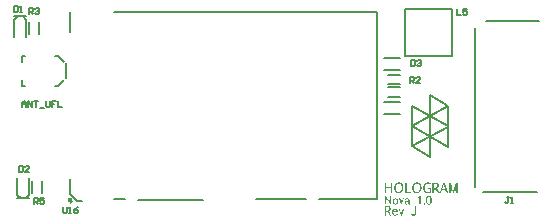
<source format=gto>
G04 Layer_Color=65535*
%FSLAX25Y25*%
%MOIN*%
G70*
G01*
G75*
%ADD26C,0.00700*%
%ADD28C,0.00500*%
%ADD73C,0.01575*%
%ADD74C,0.00630*%
%ADD75C,0.00600*%
%ADD76C,0.00800*%
%ADD77C,0.00630*%
G36*
X134605Y7061D02*
X134637Y7056D01*
X134706Y7047D01*
X134785Y7028D01*
X134868Y7000D01*
X134951Y6959D01*
X135025Y6908D01*
X135034Y6899D01*
X135057Y6876D01*
X135085Y6839D01*
X135122Y6788D01*
X135159Y6728D01*
X135187Y6649D01*
X135210Y6562D01*
X135219Y6460D01*
Y5582D01*
Y5573D01*
Y5550D01*
Y5513D01*
X135224Y5471D01*
Y5425D01*
X135233Y5379D01*
X135238Y5342D01*
X135247Y5314D01*
X135251Y5305D01*
X135270Y5291D01*
X135298Y5273D01*
X135321Y5268D01*
X135344Y5263D01*
X135385D01*
X135432Y5268D01*
X135496Y5277D01*
X135556Y5097D01*
X135552Y5092D01*
X135547Y5088D01*
X135529Y5074D01*
X135510Y5060D01*
X135487Y5042D01*
X135459Y5028D01*
X135390Y5000D01*
X135385D01*
X135371Y4995D01*
X135353Y4991D01*
X135330Y4986D01*
X135265Y4972D01*
X135196Y4968D01*
X135177D01*
X135154Y4972D01*
X135131Y4977D01*
X135099Y4986D01*
X135062Y5005D01*
X135030Y5023D01*
X134993Y5051D01*
X134988Y5055D01*
X134979Y5065D01*
X134965Y5088D01*
X134946Y5116D01*
X134928Y5148D01*
X134909Y5189D01*
X134896Y5240D01*
X134892Y5262D01*
X134872Y5245D01*
X134831Y5212D01*
X134785Y5171D01*
X134729Y5129D01*
X134665Y5092D01*
X134595Y5055D01*
X134586Y5051D01*
X134563Y5042D01*
X134526Y5028D01*
X134475Y5014D01*
X134415Y4995D01*
X134346Y4981D01*
X134272Y4972D01*
X134193Y4968D01*
X134152D01*
X134106Y4977D01*
X134046Y4986D01*
X133981Y5000D01*
X133912Y5023D01*
X133842Y5055D01*
X133782Y5102D01*
X133777Y5106D01*
X133759Y5129D01*
X133736Y5157D01*
X133708Y5203D01*
X133676Y5259D01*
X133653Y5328D01*
X133634Y5407D01*
X133630Y5499D01*
Y5504D01*
Y5513D01*
Y5527D01*
X133634Y5545D01*
X133639Y5596D01*
X133653Y5661D01*
X133671Y5730D01*
X133704Y5804D01*
X133745Y5878D01*
X133801Y5947D01*
X133810Y5956D01*
X133833Y5975D01*
X133870Y6007D01*
X133921Y6044D01*
X133985Y6081D01*
X134064Y6123D01*
X134152Y6160D01*
X134253Y6192D01*
X134258D01*
X134267Y6197D01*
X134281Y6201D01*
X134304Y6206D01*
X134327Y6210D01*
X134360Y6215D01*
X134438Y6233D01*
X134526Y6247D01*
X134628Y6257D01*
X134739Y6266D01*
X134854Y6271D01*
Y6386D01*
Y6391D01*
Y6395D01*
Y6423D01*
X134849Y6460D01*
X134845Y6511D01*
X134831Y6557D01*
X134817Y6608D01*
X134794Y6654D01*
X134762Y6686D01*
X134757Y6691D01*
X134743Y6700D01*
X134725Y6709D01*
X134697Y6728D01*
X134665Y6742D01*
X134623Y6751D01*
X134572Y6760D01*
X134521Y6765D01*
X134489D01*
X134452Y6760D01*
X134401Y6756D01*
X134346Y6746D01*
X134286Y6728D01*
X134226Y6709D01*
X134166Y6682D01*
X134161Y6677D01*
X134142Y6668D01*
X134110Y6654D01*
X134078Y6631D01*
X133995Y6585D01*
X133953Y6552D01*
X133916Y6525D01*
X133731Y6760D01*
X133736Y6765D01*
X133750Y6783D01*
X133777Y6806D01*
X133810Y6834D01*
X133856Y6866D01*
X133912Y6903D01*
X133981Y6940D01*
X134055Y6973D01*
X134059D01*
X134064Y6977D01*
X134092Y6987D01*
X134138Y7000D01*
X134193Y7019D01*
X134267Y7037D01*
X134346Y7051D01*
X134434Y7061D01*
X134526Y7065D01*
X134577D01*
X134605Y7061D01*
D02*
G37*
G36*
X130617D02*
X130654Y7056D01*
X130701Y7051D01*
X130747Y7042D01*
X130798Y7028D01*
X130909Y6991D01*
X130969Y6968D01*
X131024Y6936D01*
X131084Y6903D01*
X131135Y6862D01*
X131190Y6816D01*
X131237Y6760D01*
X131241Y6756D01*
X131246Y6746D01*
X131260Y6728D01*
X131273Y6705D01*
X131292Y6677D01*
X131315Y6640D01*
X131338Y6599D01*
X131361Y6552D01*
X131380Y6502D01*
X131403Y6441D01*
X131426Y6381D01*
X131444Y6312D01*
X131472Y6169D01*
X131477Y6090D01*
X131481Y6007D01*
Y6002D01*
Y5989D01*
Y5966D01*
X131477Y5938D01*
X131472Y5901D01*
X131467Y5855D01*
X131458Y5808D01*
X131449Y5758D01*
X131417Y5642D01*
X131370Y5517D01*
X131343Y5457D01*
X131310Y5393D01*
X131269Y5333D01*
X131223Y5273D01*
X131218Y5268D01*
X131209Y5259D01*
X131195Y5245D01*
X131176Y5226D01*
X131153Y5203D01*
X131121Y5176D01*
X131084Y5148D01*
X131043Y5120D01*
X130996Y5092D01*
X130946Y5065D01*
X130835Y5014D01*
X130770Y4995D01*
X130701Y4981D01*
X130627Y4972D01*
X130553Y4968D01*
X130507D01*
X130474Y4972D01*
X130433Y4977D01*
X130386Y4981D01*
X130336Y4991D01*
X130280Y5005D01*
X130165Y5042D01*
X130105Y5065D01*
X130045Y5092D01*
X129984Y5125D01*
X129929Y5166D01*
X129878Y5212D01*
X129827Y5263D01*
X129823Y5268D01*
X129818Y5277D01*
X129804Y5296D01*
X129790Y5319D01*
X129772Y5347D01*
X129749Y5384D01*
X129726Y5425D01*
X129707Y5471D01*
X129684Y5527D01*
X129661Y5582D01*
X129638Y5647D01*
X129620Y5716D01*
X129606Y5790D01*
X129592Y5873D01*
X129587Y5956D01*
X129583Y6044D01*
Y6049D01*
Y6063D01*
Y6086D01*
X129587Y6118D01*
X129592Y6155D01*
X129596Y6197D01*
X129606Y6247D01*
X129615Y6298D01*
X129647Y6414D01*
X129670Y6474D01*
X129693Y6534D01*
X129726Y6594D01*
X129758Y6654D01*
X129800Y6714D01*
X129846Y6769D01*
X129850Y6774D01*
X129860Y6783D01*
X129874Y6797D01*
X129892Y6816D01*
X129920Y6839D01*
X129952Y6862D01*
X129989Y6890D01*
X130031Y6917D01*
X130081Y6945D01*
X130132Y6973D01*
X130188Y6996D01*
X130253Y7019D01*
X130317Y7037D01*
X130391Y7051D01*
X130465Y7061D01*
X130543Y7065D01*
X130585D01*
X130617Y7061D01*
D02*
G37*
G36*
X138887Y5319D02*
X139363D01*
Y5000D01*
X137982D01*
Y5319D01*
X138499D01*
Y7527D01*
X137963Y7245D01*
Y7601D01*
X138582Y7920D01*
X138887D01*
Y5319D01*
D02*
G37*
G36*
X129111Y5000D02*
X128751D01*
X127383Y7338D01*
Y5000D01*
X127000D01*
X126995Y7920D01*
X127365D01*
X128723Y5568D01*
Y7920D01*
X129111D01*
Y5000D01*
D02*
G37*
G36*
X132747D02*
X132410D01*
X131712Y7037D01*
X132091D01*
X132586Y5360D01*
X133061Y7037D01*
X133440D01*
X132747Y5000D01*
D02*
G37*
G36*
X141738Y7989D02*
X141779Y7984D01*
X141821Y7975D01*
X141872Y7961D01*
X141923Y7948D01*
X141978Y7929D01*
X142034Y7906D01*
X142094Y7874D01*
X142154Y7837D01*
X142209Y7795D01*
X142264Y7744D01*
X142315Y7689D01*
X142361Y7624D01*
X142366Y7620D01*
X142371Y7606D01*
X142385Y7587D01*
X142399Y7555D01*
X142417Y7513D01*
X142440Y7467D01*
X142463Y7407D01*
X142486Y7342D01*
X142505Y7264D01*
X142528Y7181D01*
X142551Y7084D01*
X142569Y6977D01*
X142583Y6866D01*
X142597Y6742D01*
X142602Y6603D01*
X142606Y6460D01*
Y6451D01*
Y6428D01*
Y6386D01*
X142602Y6335D01*
X142597Y6271D01*
X142593Y6201D01*
X142588Y6118D01*
X142574Y6035D01*
X142546Y5850D01*
X142500Y5661D01*
X142472Y5568D01*
X142440Y5485D01*
X142403Y5402D01*
X142357Y5328D01*
X142352Y5323D01*
X142348Y5314D01*
X142329Y5296D01*
X142311Y5273D01*
X142283Y5240D01*
X142255Y5212D01*
X142218Y5176D01*
X142177Y5143D01*
X142126Y5111D01*
X142075Y5074D01*
X142015Y5046D01*
X141955Y5018D01*
X141886Y4991D01*
X141812Y4972D01*
X141733Y4963D01*
X141650Y4958D01*
X141627D01*
X141604Y4963D01*
X141571D01*
X141530Y4972D01*
X141484Y4981D01*
X141433Y4991D01*
X141377Y5009D01*
X141322Y5028D01*
X141262Y5055D01*
X141202Y5088D01*
X141142Y5125D01*
X141086Y5171D01*
X141031Y5226D01*
X140980Y5286D01*
X140934Y5356D01*
X140929Y5360D01*
X140925Y5374D01*
X140915Y5397D01*
X140897Y5430D01*
X140883Y5471D01*
X140865Y5522D01*
X140841Y5582D01*
X140823Y5651D01*
X140800Y5725D01*
X140781Y5813D01*
X140758Y5910D01*
X140744Y6012D01*
X140731Y6127D01*
X140717Y6247D01*
X140712Y6377D01*
X140708Y6515D01*
Y6525D01*
Y6543D01*
Y6580D01*
X140712Y6626D01*
X140717Y6682D01*
X140721Y6746D01*
X140726Y6820D01*
X140735Y6899D01*
X140749Y6982D01*
X140763Y7070D01*
X140809Y7250D01*
X140832Y7338D01*
X140865Y7425D01*
X140902Y7509D01*
X140943Y7587D01*
X140948Y7592D01*
X140952Y7606D01*
X140966Y7624D01*
X140989Y7652D01*
X141013Y7680D01*
X141045Y7717D01*
X141082Y7754D01*
X141123Y7790D01*
X141170Y7827D01*
X141225Y7864D01*
X141280Y7901D01*
X141345Y7929D01*
X141419Y7957D01*
X141493Y7975D01*
X141576Y7989D01*
X141664Y7994D01*
X141710D01*
X141738Y7989D01*
D02*
G37*
G36*
X127977Y4512D02*
X128018D01*
X128069Y4502D01*
X128125Y4496D01*
X128181Y4486D01*
X128308Y4456D01*
X128440Y4410D01*
X128501Y4385D01*
X128563Y4349D01*
X128624Y4313D01*
X128675Y4267D01*
X128680Y4262D01*
X128685Y4257D01*
X128700Y4242D01*
X128715Y4222D01*
X128736Y4196D01*
X128761Y4166D01*
X128787Y4130D01*
X128812Y4089D01*
X128858Y3993D01*
X128904Y3881D01*
X128934Y3748D01*
X128939Y3672D01*
X128944Y3596D01*
Y3590D01*
Y3580D01*
Y3565D01*
X128939Y3545D01*
Y3514D01*
X128934Y3484D01*
X128919Y3407D01*
X128893Y3321D01*
X128858Y3224D01*
X128807Y3132D01*
X128736Y3036D01*
Y3031D01*
X128726Y3025D01*
X128700Y2995D01*
X128659Y2954D01*
X128603Y2903D01*
X128537Y2852D01*
X128461Y2802D01*
X128379Y2756D01*
X128293Y2725D01*
X129168Y1300D01*
X128695D01*
X127891Y2644D01*
X127850D01*
X127835Y2639D01*
X127641D01*
X127575Y2634D01*
X127422D01*
Y1300D01*
X127000D01*
Y4517D01*
X127942D01*
X127977Y4512D01*
D02*
G37*
G36*
X130431Y3570D02*
X130466D01*
X130502Y3565D01*
X130594Y3550D01*
X130695Y3519D01*
X130797Y3478D01*
X130899Y3428D01*
X130950Y3392D01*
X130996Y3351D01*
X131001D01*
X131006Y3341D01*
X131031Y3311D01*
X131072Y3260D01*
X131118Y3193D01*
X131164Y3107D01*
X131209Y3005D01*
X131240Y2888D01*
X131260Y2751D01*
Y2746D01*
Y2725D01*
X131265Y2690D01*
Y2649D01*
X131271Y2598D01*
Y2537D01*
Y2471D01*
X131265Y2399D01*
X129820D01*
Y2394D01*
Y2384D01*
Y2369D01*
X129825Y2348D01*
X129830Y2287D01*
X129840Y2216D01*
X129856Y2130D01*
X129886Y2033D01*
X129922Y1936D01*
X129973Y1845D01*
X129978Y1835D01*
X130003Y1809D01*
X130034Y1768D01*
X130085Y1728D01*
X130140Y1682D01*
X130212Y1641D01*
X130293Y1616D01*
X130339Y1610D01*
X130385Y1605D01*
X130420D01*
X130456Y1610D01*
X130502Y1616D01*
X130558Y1626D01*
X130614Y1641D01*
X130670Y1661D01*
X130726Y1687D01*
X130731Y1692D01*
X130751Y1702D01*
X130782Y1722D01*
X130817Y1753D01*
X130863Y1789D01*
X130914Y1835D01*
X130970Y1885D01*
X131026Y1952D01*
X131306Y1733D01*
X131301Y1722D01*
X131281Y1697D01*
X131245Y1656D01*
X131199Y1605D01*
X131148Y1549D01*
X131082Y1493D01*
X131011Y1437D01*
X130935Y1386D01*
X130924Y1381D01*
X130899Y1366D01*
X130853Y1346D01*
X130787Y1326D01*
X130711Y1305D01*
X130614Y1285D01*
X130507Y1269D01*
X130385Y1264D01*
X130344D01*
X130308Y1269D01*
X130273Y1275D01*
X130227Y1280D01*
X130125Y1305D01*
X130013Y1341D01*
X129952Y1366D01*
X129891Y1397D01*
X129835Y1432D01*
X129774Y1473D01*
X129718Y1519D01*
X129667Y1575D01*
X129662Y1580D01*
X129657Y1590D01*
X129642Y1605D01*
X129626Y1631D01*
X129606Y1667D01*
X129586Y1707D01*
X129560Y1753D01*
X129535Y1804D01*
X129509Y1865D01*
X129484Y1931D01*
X129464Y2002D01*
X129443Y2079D01*
X129428Y2165D01*
X129413Y2257D01*
X129408Y2354D01*
X129402Y2455D01*
Y2461D01*
Y2476D01*
Y2501D01*
X129408Y2537D01*
Y2578D01*
X129418Y2629D01*
X129423Y2685D01*
X129433Y2740D01*
X129464Y2868D01*
X129504Y3005D01*
X129565Y3137D01*
X129606Y3199D01*
X129647Y3260D01*
X129652Y3265D01*
X129657Y3275D01*
X129672Y3290D01*
X129693Y3311D01*
X129718Y3331D01*
X129749Y3361D01*
X129784Y3387D01*
X129830Y3417D01*
X129876Y3448D01*
X129932Y3473D01*
X129988Y3504D01*
X130054Y3524D01*
X130120Y3545D01*
X130196Y3560D01*
X130278Y3570D01*
X130365Y3575D01*
X130405D01*
X130431Y3570D01*
D02*
G37*
G36*
X137470Y2333D02*
Y2328D01*
Y2308D01*
Y2277D01*
X137465Y2237D01*
Y2186D01*
X137460Y2130D01*
X137450Y2069D01*
X137440Y2002D01*
X137409Y1860D01*
X137368Y1722D01*
X137338Y1656D01*
X137307Y1595D01*
X137267Y1539D01*
X137226Y1488D01*
X137221D01*
X137216Y1478D01*
X137200Y1468D01*
X137180Y1453D01*
X137154Y1432D01*
X137124Y1412D01*
X137088Y1392D01*
X137043Y1371D01*
X136997Y1351D01*
X136941Y1331D01*
X136885Y1310D01*
X136819Y1290D01*
X136747Y1275D01*
X136671Y1264D01*
X136590Y1259D01*
X136503Y1254D01*
X136478D01*
X136442Y1259D01*
X136401Y1264D01*
X136350Y1275D01*
X136294Y1290D01*
X136228Y1310D01*
X136157Y1341D01*
X136086Y1376D01*
X136014Y1422D01*
X135943Y1478D01*
X135872Y1544D01*
X135801Y1621D01*
X135734Y1712D01*
X135678Y1814D01*
X135627Y1936D01*
X136009Y2094D01*
Y2089D01*
X136020Y2074D01*
X136030Y2048D01*
X136045Y2018D01*
X136060Y1982D01*
X136086Y1941D01*
X136142Y1855D01*
X136218Y1768D01*
X136259Y1728D01*
X136310Y1692D01*
X136361Y1661D01*
X136416Y1636D01*
X136472Y1621D01*
X136539Y1616D01*
X136574D01*
X136620Y1621D01*
X136671Y1631D01*
X136727Y1646D01*
X136788Y1672D01*
X136849Y1702D01*
X136905Y1748D01*
X136910Y1753D01*
X136925Y1773D01*
X136951Y1814D01*
X136976Y1865D01*
X136987Y1901D01*
X136997Y1941D01*
X137012Y1987D01*
X137022Y2038D01*
X137032Y2094D01*
X137038Y2160D01*
X137043Y2226D01*
Y2303D01*
Y4517D01*
X137470D01*
Y2333D01*
D02*
G37*
G36*
X140222Y5457D02*
X140245Y5453D01*
X140278Y5443D01*
X140306Y5425D01*
X140338Y5407D01*
X140366Y5379D01*
X140370Y5374D01*
X140380Y5365D01*
X140389Y5351D01*
X140403Y5328D01*
X140430Y5273D01*
X140435Y5240D01*
X140440Y5208D01*
Y5203D01*
Y5189D01*
X140435Y5171D01*
X140430Y5148D01*
X140421Y5125D01*
X140407Y5092D01*
X140389Y5065D01*
X140366Y5032D01*
X140361Y5028D01*
X140352Y5018D01*
X140338Y5009D01*
X140315Y4995D01*
X140292Y4977D01*
X140259Y4968D01*
X140222Y4958D01*
X140181Y4954D01*
X140162D01*
X140144Y4958D01*
X140116Y4963D01*
X140088Y4972D01*
X140056Y4986D01*
X140024Y5005D01*
X139996Y5028D01*
X139991Y5032D01*
X139987Y5042D01*
X139973Y5055D01*
X139964Y5079D01*
X139950Y5106D01*
X139936Y5134D01*
X139931Y5171D01*
X139927Y5208D01*
Y5212D01*
Y5222D01*
X139931Y5240D01*
X139936Y5263D01*
X139945Y5291D01*
X139954Y5319D01*
X139973Y5351D01*
X139996Y5379D01*
X140001Y5384D01*
X140010Y5393D01*
X140024Y5407D01*
X140047Y5420D01*
X140070Y5434D01*
X140102Y5448D01*
X140139Y5457D01*
X140181Y5462D01*
X140199D01*
X140222Y5457D01*
D02*
G37*
G36*
X132680Y1300D02*
X132309D01*
X131540Y3545D01*
X131958D01*
X132502Y1697D01*
X133027Y3545D01*
X133444D01*
X132680Y1300D01*
D02*
G37*
G36*
X131729Y12391D02*
X131779D01*
X131840Y12380D01*
X131912Y12369D01*
X131990Y12352D01*
X132078Y12335D01*
X132167Y12308D01*
X132261Y12274D01*
X132356Y12230D01*
X132450Y12180D01*
X132539Y12124D01*
X132633Y12052D01*
X132717Y11975D01*
X132794Y11886D01*
X132800Y11880D01*
X132811Y11864D01*
X132833Y11836D01*
X132855Y11791D01*
X132889Y11742D01*
X132922Y11681D01*
X132955Y11614D01*
X132994Y11531D01*
X133033Y11442D01*
X133066Y11336D01*
X133099Y11231D01*
X133133Y11109D01*
X133155Y10987D01*
X133177Y10848D01*
X133188Y10704D01*
X133194Y10554D01*
Y10543D01*
Y10520D01*
Y10482D01*
X133188Y10426D01*
X133183Y10360D01*
X133172Y10282D01*
X133155Y10199D01*
X133138Y10104D01*
X133116Y10004D01*
X133088Y9904D01*
X133049Y9793D01*
X133005Y9688D01*
X132955Y9577D01*
X132894Y9472D01*
X132827Y9366D01*
X132750Y9266D01*
X132744Y9261D01*
X132728Y9244D01*
X132705Y9216D01*
X132672Y9189D01*
X132628Y9144D01*
X132578Y9105D01*
X132517Y9055D01*
X132445Y9011D01*
X132367Y8961D01*
X132284Y8911D01*
X132195Y8872D01*
X132095Y8833D01*
X131990Y8800D01*
X131878Y8772D01*
X131756Y8756D01*
X131634Y8750D01*
X131601D01*
X131562Y8756D01*
X131512D01*
X131446Y8767D01*
X131373Y8778D01*
X131296Y8794D01*
X131207Y8817D01*
X131118Y8839D01*
X131024Y8872D01*
X130929Y8917D01*
X130830Y8967D01*
X130735Y9022D01*
X130646Y9094D01*
X130558Y9172D01*
X130480Y9261D01*
X130474Y9266D01*
X130463Y9283D01*
X130441Y9316D01*
X130419Y9355D01*
X130385Y9405D01*
X130352Y9466D01*
X130319Y9544D01*
X130280Y9627D01*
X130241Y9716D01*
X130208Y9821D01*
X130175Y9932D01*
X130141Y10054D01*
X130119Y10182D01*
X130097Y10321D01*
X130086Y10465D01*
X130080Y10620D01*
Y10632D01*
Y10654D01*
X130086Y10693D01*
Y10748D01*
X130097Y10815D01*
X130102Y10887D01*
X130119Y10970D01*
X130136Y11064D01*
X130164Y11164D01*
X130191Y11264D01*
X130230Y11370D01*
X130274Y11475D01*
X130324Y11581D01*
X130385Y11686D01*
X130458Y11786D01*
X130535Y11886D01*
X130541Y11891D01*
X130558Y11908D01*
X130580Y11936D01*
X130619Y11964D01*
X130663Y12002D01*
X130713Y12047D01*
X130774Y12091D01*
X130846Y12141D01*
X130924Y12191D01*
X131007Y12235D01*
X131101Y12280D01*
X131201Y12319D01*
X131307Y12352D01*
X131418Y12374D01*
X131534Y12391D01*
X131656Y12396D01*
X131690D01*
X131729Y12391D01*
D02*
G37*
G36*
X151309Y8800D02*
X150843D01*
Y11375D01*
X150077Y8800D01*
X149666D01*
X148878Y11375D01*
Y8800D01*
X148412D01*
Y12308D01*
X148878D01*
X149872Y9266D01*
X150848Y12308D01*
X151309D01*
Y8800D01*
D02*
G37*
G36*
X143922Y12302D02*
X143966D01*
X144022Y12291D01*
X144083Y12285D01*
X144144Y12274D01*
X144283Y12241D01*
X144427Y12191D01*
X144494Y12163D01*
X144560Y12124D01*
X144627Y12086D01*
X144682Y12036D01*
X144688Y12030D01*
X144693Y12025D01*
X144710Y12008D01*
X144727Y11986D01*
X144749Y11958D01*
X144777Y11925D01*
X144804Y11886D01*
X144832Y11841D01*
X144882Y11736D01*
X144932Y11614D01*
X144965Y11469D01*
X144971Y11386D01*
X144976Y11303D01*
Y11298D01*
Y11286D01*
Y11270D01*
X144971Y11248D01*
Y11214D01*
X144965Y11181D01*
X144949Y11098D01*
X144921Y11003D01*
X144882Y10898D01*
X144827Y10798D01*
X144749Y10693D01*
Y10687D01*
X144738Y10681D01*
X144710Y10648D01*
X144666Y10604D01*
X144605Y10548D01*
X144532Y10493D01*
X144449Y10437D01*
X144360Y10387D01*
X144266Y10354D01*
X145221Y8800D01*
X144704D01*
X143828Y10265D01*
X143783D01*
X143767Y10260D01*
X143556D01*
X143483Y10254D01*
X143317D01*
Y8800D01*
X142856D01*
Y12308D01*
X143883D01*
X143922Y12302D01*
D02*
G37*
G36*
X148057Y8800D02*
X147563D01*
X147196Y9966D01*
X146114D01*
X145748Y8800D01*
X145293D01*
X146481Y12308D01*
X146908D01*
X148057Y8800D01*
D02*
G37*
G36*
X129498D02*
X129031D01*
Y10393D01*
X127461D01*
Y8800D01*
X127000D01*
Y12308D01*
X127461D01*
Y10765D01*
X129031D01*
Y12308D01*
X129498D01*
Y8800D01*
D02*
G37*
G36*
X137761Y12391D02*
X137811D01*
X137873Y12380D01*
X137945Y12369D01*
X138022Y12352D01*
X138111Y12335D01*
X138200Y12308D01*
X138294Y12274D01*
X138389Y12230D01*
X138483Y12180D01*
X138572Y12124D01*
X138666Y12052D01*
X138749Y11975D01*
X138827Y11886D01*
X138833Y11880D01*
X138844Y11864D01*
X138866Y11836D01*
X138888Y11791D01*
X138921Y11742D01*
X138955Y11681D01*
X138988Y11614D01*
X139027Y11531D01*
X139066Y11442D01*
X139099Y11336D01*
X139132Y11231D01*
X139166Y11109D01*
X139188Y10987D01*
X139210Y10848D01*
X139221Y10704D01*
X139227Y10554D01*
Y10543D01*
Y10520D01*
Y10482D01*
X139221Y10426D01*
X139216Y10360D01*
X139204Y10282D01*
X139188Y10199D01*
X139171Y10104D01*
X139149Y10004D01*
X139121Y9904D01*
X139082Y9793D01*
X139038Y9688D01*
X138988Y9577D01*
X138927Y9472D01*
X138860Y9366D01*
X138783Y9266D01*
X138777Y9261D01*
X138760Y9244D01*
X138738Y9216D01*
X138705Y9189D01*
X138661Y9144D01*
X138611Y9105D01*
X138549Y9055D01*
X138477Y9011D01*
X138400Y8961D01*
X138317Y8911D01*
X138228Y8872D01*
X138128Y8833D01*
X138022Y8800D01*
X137911Y8772D01*
X137789Y8756D01*
X137667Y8750D01*
X137634D01*
X137595Y8756D01*
X137545D01*
X137478Y8767D01*
X137406Y8778D01*
X137329Y8794D01*
X137240Y8817D01*
X137151Y8839D01*
X137057Y8872D01*
X136962Y8917D01*
X136862Y8967D01*
X136768Y9022D01*
X136679Y9094D01*
X136590Y9172D01*
X136513Y9261D01*
X136507Y9266D01*
X136496Y9283D01*
X136474Y9316D01*
X136452Y9355D01*
X136418Y9405D01*
X136385Y9466D01*
X136352Y9544D01*
X136313Y9627D01*
X136274Y9716D01*
X136241Y9821D01*
X136207Y9932D01*
X136174Y10054D01*
X136152Y10182D01*
X136130Y10321D01*
X136119Y10465D01*
X136113Y10620D01*
Y10632D01*
Y10654D01*
X136119Y10693D01*
Y10748D01*
X136130Y10815D01*
X136135Y10887D01*
X136152Y10970D01*
X136169Y11064D01*
X136196Y11164D01*
X136224Y11264D01*
X136263Y11370D01*
X136307Y11475D01*
X136357Y11581D01*
X136418Y11686D01*
X136490Y11786D01*
X136568Y11886D01*
X136574Y11891D01*
X136590Y11908D01*
X136613Y11936D01*
X136651Y11964D01*
X136696Y12002D01*
X136746Y12047D01*
X136807Y12091D01*
X136879Y12141D01*
X136957Y12191D01*
X137040Y12235D01*
X137134Y12280D01*
X137234Y12319D01*
X137340Y12352D01*
X137451Y12374D01*
X137567Y12391D01*
X137689Y12396D01*
X137723D01*
X137761Y12391D01*
D02*
G37*
G36*
X134254Y9189D02*
X135797D01*
Y8800D01*
X133793D01*
Y12308D01*
X134254D01*
Y9189D01*
D02*
G37*
G36*
X141369Y12391D02*
X141425Y12385D01*
X141491Y12374D01*
X141558Y12363D01*
X141635Y12341D01*
X141719Y12319D01*
X141802Y12291D01*
X141885Y12258D01*
X141968Y12219D01*
X142052Y12169D01*
X142135Y12108D01*
X142207Y12047D01*
X142279Y11969D01*
X141991Y11681D01*
X141985Y11686D01*
X141979Y11692D01*
X141963Y11708D01*
X141941Y11730D01*
X141907Y11753D01*
X141874Y11780D01*
X141835Y11808D01*
X141791Y11841D01*
X141680Y11897D01*
X141558Y11947D01*
X141486Y11969D01*
X141413Y11986D01*
X141336Y11991D01*
X141252Y11997D01*
X141214D01*
X141180Y11991D01*
X141147Y11986D01*
X141103Y11980D01*
X141003Y11952D01*
X140892Y11908D01*
X140831Y11880D01*
X140775Y11847D01*
X140714Y11802D01*
X140653Y11753D01*
X140597Y11697D01*
X140542Y11636D01*
X140536Y11631D01*
X140531Y11619D01*
X140514Y11597D01*
X140498Y11569D01*
X140475Y11531D01*
X140453Y11486D01*
X140431Y11436D01*
X140403Y11375D01*
X140375Y11309D01*
X140353Y11236D01*
X140331Y11153D01*
X140309Y11064D01*
X140292Y10965D01*
X140276Y10865D01*
X140270Y10754D01*
X140264Y10637D01*
Y10632D01*
Y10609D01*
Y10576D01*
X140270Y10532D01*
Y10476D01*
X140281Y10409D01*
X140287Y10337D01*
X140298Y10260D01*
X140331Y10088D01*
X140375Y9910D01*
X140442Y9732D01*
X140487Y9649D01*
X140531Y9566D01*
X140536Y9560D01*
X140542Y9549D01*
X140559Y9527D01*
X140581Y9499D01*
X140609Y9466D01*
X140642Y9433D01*
X140681Y9394D01*
X140720Y9355D01*
X140825Y9277D01*
X140953Y9211D01*
X141019Y9183D01*
X141097Y9161D01*
X141175Y9150D01*
X141258Y9144D01*
X141324D01*
X141358Y9150D01*
X141397D01*
X141491Y9155D01*
X141591Y9166D01*
X141702Y9183D01*
X141813Y9205D01*
X141913Y9239D01*
Y10160D01*
X141430D01*
Y10532D01*
X142379D01*
Y9039D01*
X142374Y9033D01*
X142351Y9027D01*
X142324Y9011D01*
X142285Y8994D01*
X142229Y8972D01*
X142168Y8950D01*
X142102Y8922D01*
X142024Y8894D01*
X141941Y8867D01*
X141852Y8839D01*
X141657Y8794D01*
X141447Y8761D01*
X141336Y8756D01*
X141225Y8750D01*
X141191D01*
X141158Y8756D01*
X141108Y8761D01*
X141047Y8767D01*
X140980Y8778D01*
X140903Y8794D01*
X140825Y8817D01*
X140736Y8844D01*
X140647Y8878D01*
X140559Y8922D01*
X140470Y8972D01*
X140381Y9027D01*
X140298Y9100D01*
X140220Y9177D01*
X140148Y9272D01*
X140142Y9277D01*
X140131Y9294D01*
X140115Y9327D01*
X140093Y9366D01*
X140065Y9416D01*
X140031Y9483D01*
X139998Y9549D01*
X139965Y9633D01*
X139931Y9721D01*
X139898Y9821D01*
X139865Y9932D01*
X139837Y10049D01*
X139815Y10171D01*
X139798Y10299D01*
X139787Y10437D01*
X139782Y10582D01*
Y10593D01*
Y10615D01*
X139787Y10659D01*
Y10709D01*
X139793Y10776D01*
X139804Y10853D01*
X139815Y10942D01*
X139832Y11037D01*
X139854Y11136D01*
X139882Y11236D01*
X139909Y11348D01*
X139948Y11453D01*
X139998Y11564D01*
X140048Y11669D01*
X140109Y11775D01*
X140181Y11875D01*
X140187Y11880D01*
X140198Y11897D01*
X140220Y11925D01*
X140253Y11958D01*
X140292Y11997D01*
X140342Y12041D01*
X140403Y12086D01*
X140464Y12136D01*
X140542Y12185D01*
X140620Y12230D01*
X140708Y12274D01*
X140808Y12313D01*
X140908Y12347D01*
X141019Y12374D01*
X141141Y12391D01*
X141263Y12396D01*
X141324D01*
X141369Y12391D01*
D02*
G37*
%LPC*%
G36*
X134854Y6039D02*
X134817D01*
X134794Y6035D01*
X134762D01*
X134729Y6030D01*
X134646Y6021D01*
X134549Y6002D01*
X134452Y5979D01*
X134350Y5947D01*
X134258Y5906D01*
X134253D01*
X134249Y5901D01*
X134221Y5882D01*
X134184Y5855D01*
X134142Y5813D01*
X134096Y5767D01*
X134059Y5707D01*
X134032Y5633D01*
X134027Y5596D01*
X134022Y5554D01*
Y5550D01*
Y5531D01*
X134027Y5508D01*
X134032Y5476D01*
X134041Y5443D01*
X134050Y5411D01*
X134069Y5379D01*
X134092Y5351D01*
X134096Y5347D01*
X134106Y5342D01*
X134124Y5333D01*
X134147Y5323D01*
X134175Y5310D01*
X134207Y5300D01*
X134249Y5296D01*
X134295Y5291D01*
X134327D01*
X134360Y5296D01*
X134401Y5300D01*
X134457Y5310D01*
X134512Y5323D01*
X134572Y5342D01*
X134632Y5370D01*
X134642Y5374D01*
X134660Y5384D01*
X134688Y5397D01*
X134725Y5416D01*
X134794Y5457D01*
X134831Y5480D01*
X134854Y5504D01*
Y6039D01*
D02*
G37*
G36*
X130585Y6760D02*
X130507D01*
X130488Y6756D01*
X130442Y6751D01*
X130377Y6737D01*
X130313Y6709D01*
X130239Y6672D01*
X130169Y6626D01*
X130142Y6594D01*
X130109Y6557D01*
X130105Y6548D01*
X130086Y6520D01*
X130063Y6474D01*
X130035Y6414D01*
X130008Y6335D01*
X129984Y6238D01*
X129966Y6132D01*
X129961Y6007D01*
Y6002D01*
Y5993D01*
Y5979D01*
Y5961D01*
X129966Y5906D01*
X129975Y5841D01*
X129989Y5767D01*
X130008Y5693D01*
X130031Y5619D01*
X130068Y5554D01*
X130072Y5550D01*
X130086Y5531D01*
X130109Y5504D01*
X130137Y5467D01*
X130169Y5430D01*
X130206Y5393D01*
X130243Y5360D01*
X130285Y5333D01*
X130289Y5328D01*
X130303Y5323D01*
X130326Y5314D01*
X130359Y5300D01*
X130396Y5286D01*
X130437Y5277D01*
X130488Y5273D01*
X130539Y5268D01*
X130562D01*
X130590Y5273D01*
X130622Y5277D01*
X130664Y5282D01*
X130701Y5296D01*
X130742Y5310D01*
X130784Y5333D01*
X130788Y5337D01*
X130802Y5347D01*
X130825Y5365D01*
X130849Y5388D01*
X130881Y5425D01*
X130918Y5467D01*
X130955Y5517D01*
X130996Y5578D01*
X131001Y5587D01*
X131015Y5610D01*
X131029Y5651D01*
X131052Y5707D01*
X131070Y5776D01*
X131084Y5859D01*
X131098Y5956D01*
X131103Y6063D01*
Y6067D01*
Y6076D01*
Y6090D01*
Y6109D01*
X131093Y6160D01*
X131084Y6224D01*
X131066Y6298D01*
X131043Y6377D01*
X131006Y6460D01*
X130955Y6543D01*
Y6548D01*
X130950Y6552D01*
X130927Y6575D01*
X130895Y6612D01*
X130849Y6654D01*
X130788Y6691D01*
X130719Y6728D01*
X130631Y6751D01*
X130585Y6760D01*
D02*
G37*
G36*
X141664Y7661D02*
X141631D01*
X141613Y7656D01*
X141558Y7643D01*
X141488Y7624D01*
X141414Y7587D01*
X141377Y7559D01*
X141340Y7532D01*
X141308Y7495D01*
X141276Y7453D01*
X141248Y7407D01*
X141225Y7352D01*
Y7347D01*
X141220Y7338D01*
X141216Y7319D01*
X141207Y7296D01*
X141197Y7264D01*
X141188Y7227D01*
X141179Y7181D01*
X141170Y7130D01*
X141160Y7074D01*
X141151Y7010D01*
X141142Y6940D01*
X141133Y6866D01*
X141123Y6788D01*
X141119Y6700D01*
X141114Y6608D01*
Y6511D01*
Y6502D01*
Y6478D01*
Y6441D01*
Y6391D01*
X141119Y6331D01*
X141123Y6266D01*
Y6192D01*
X141133Y6109D01*
X141146Y5947D01*
X141170Y5785D01*
X141188Y5707D01*
X141202Y5638D01*
X141225Y5578D01*
X141248Y5527D01*
Y5522D01*
X141253Y5517D01*
X141276Y5490D01*
X141308Y5453D01*
X141354Y5407D01*
X141410Y5360D01*
X141484Y5323D01*
X141567Y5296D01*
X141613Y5291D01*
X141664Y5286D01*
X141692D01*
X141710Y5291D01*
X141756Y5300D01*
X141816Y5319D01*
X141881Y5351D01*
X141913Y5374D01*
X141950Y5402D01*
X141983Y5430D01*
X142010Y5467D01*
X142038Y5508D01*
X142066Y5554D01*
Y5559D01*
X142070Y5568D01*
X142080Y5582D01*
X142089Y5610D01*
X142098Y5638D01*
X142107Y5679D01*
X142121Y5725D01*
X142135Y5781D01*
X142144Y5841D01*
X142158Y5915D01*
X142167Y5998D01*
X142181Y6086D01*
X142186Y6187D01*
X142195Y6298D01*
X142200Y6418D01*
Y6548D01*
Y6552D01*
Y6571D01*
Y6594D01*
Y6631D01*
X142195Y6672D01*
Y6723D01*
X142191Y6774D01*
X142186Y6834D01*
X142177Y6963D01*
X142158Y7097D01*
X142130Y7231D01*
X142098Y7352D01*
Y7356D01*
X142094Y7365D01*
X142089Y7379D01*
X142075Y7402D01*
X142047Y7449D01*
X142006Y7509D01*
X141946Y7564D01*
X141913Y7587D01*
X141872Y7615D01*
X141826Y7633D01*
X141779Y7647D01*
X141724Y7656D01*
X141664Y7661D01*
D02*
G37*
G36*
X127830Y4166D02*
X127422D01*
Y2975D01*
X127743D01*
X127774Y2980D01*
X127804D01*
X127840Y2985D01*
X127926Y2995D01*
X128023Y3015D01*
X128120Y3046D01*
X128217Y3092D01*
X128298Y3148D01*
X128308Y3158D01*
X128329Y3178D01*
X128364Y3219D01*
X128405Y3270D01*
X128440Y3331D01*
X128476Y3407D01*
X128497Y3489D01*
X128507Y3585D01*
Y3590D01*
Y3601D01*
Y3616D01*
Y3636D01*
X128497Y3692D01*
X128486Y3759D01*
X128466Y3830D01*
X128435Y3901D01*
X128390Y3972D01*
X128334Y4028D01*
X128323Y4033D01*
X128303Y4049D01*
X128257Y4074D01*
X128201Y4100D01*
X128120Y4120D01*
X128074Y4135D01*
X128018Y4145D01*
X127962Y4155D01*
X127901Y4161D01*
X127830Y4166D01*
D02*
G37*
G36*
X130359Y3244D02*
X130349D01*
X130319Y3239D01*
X130268Y3234D01*
X130212Y3224D01*
X130151Y3199D01*
X130085Y3168D01*
X130018Y3127D01*
X129962Y3066D01*
X129957Y3056D01*
X129942Y3036D01*
X129922Y3000D01*
X129896Y2954D01*
X129871Y2898D01*
X129850Y2832D01*
X129830Y2766D01*
X129825Y2695D01*
X130858D01*
Y2705D01*
Y2730D01*
X130853Y2771D01*
X130843Y2822D01*
X130828Y2878D01*
X130807Y2944D01*
X130777Y3005D01*
X130741Y3071D01*
X130736Y3076D01*
X130721Y3097D01*
X130690Y3127D01*
X130649Y3158D01*
X130599Y3188D01*
X130533Y3219D01*
X130451Y3239D01*
X130359Y3244D01*
D02*
G37*
G36*
X131668Y11997D02*
X131618D01*
X131584Y11991D01*
X131540Y11986D01*
X131490Y11975D01*
X131434Y11964D01*
X131373Y11947D01*
X131312Y11930D01*
X131246Y11902D01*
X131179Y11869D01*
X131113Y11836D01*
X131046Y11786D01*
X130979Y11736D01*
X130918Y11675D01*
X130863Y11608D01*
X130857Y11603D01*
X130852Y11592D01*
X130835Y11569D01*
X130818Y11542D01*
X130796Y11503D01*
X130769Y11453D01*
X130741Y11403D01*
X130719Y11342D01*
X130691Y11275D01*
X130663Y11198D01*
X130635Y11114D01*
X130613Y11026D01*
X130596Y10931D01*
X130580Y10831D01*
X130574Y10726D01*
X130569Y10615D01*
Y10609D01*
Y10582D01*
Y10548D01*
X130574Y10498D01*
X130580Y10437D01*
X130585Y10371D01*
X130596Y10293D01*
X130607Y10210D01*
X130641Y10032D01*
X130696Y9854D01*
X130735Y9760D01*
X130774Y9677D01*
X130818Y9594D01*
X130874Y9522D01*
X130879Y9516D01*
X130891Y9505D01*
X130907Y9488D01*
X130929Y9460D01*
X130963Y9433D01*
X130996Y9405D01*
X131040Y9366D01*
X131090Y9333D01*
X131201Y9266D01*
X131334Y9205D01*
X131407Y9177D01*
X131484Y9161D01*
X131568Y9150D01*
X131651Y9144D01*
X131690D01*
X131718Y9150D01*
X131756Y9155D01*
X131795Y9166D01*
X131895Y9194D01*
X132006Y9239D01*
X132067Y9266D01*
X132134Y9305D01*
X132195Y9349D01*
X132256Y9399D01*
X132323Y9455D01*
X132384Y9522D01*
X132389Y9527D01*
X132400Y9538D01*
X132411Y9560D01*
X132433Y9594D01*
X132461Y9633D01*
X132489Y9683D01*
X132517Y9738D01*
X132550Y9805D01*
X132578Y9882D01*
X132606Y9966D01*
X132633Y10060D01*
X132661Y10160D01*
X132683Y10271D01*
X132694Y10393D01*
X132705Y10515D01*
X132711Y10654D01*
Y10659D01*
Y10676D01*
Y10698D01*
X132705Y10737D01*
Y10776D01*
X132700Y10826D01*
X132689Y10887D01*
X132678Y10948D01*
X132650Y11087D01*
X132606Y11242D01*
X132539Y11403D01*
X132500Y11481D01*
X132456Y11564D01*
X132450Y11569D01*
X132445Y11581D01*
X132428Y11603D01*
X132406Y11631D01*
X132378Y11664D01*
X132345Y11703D01*
X132306Y11742D01*
X132261Y11780D01*
X132211Y11819D01*
X132150Y11858D01*
X132089Y11897D01*
X132017Y11930D01*
X131939Y11958D01*
X131856Y11980D01*
X131762Y11991D01*
X131668Y11997D01*
D02*
G37*
G36*
X143761Y11925D02*
X143317D01*
Y10626D01*
X143667D01*
X143700Y10632D01*
X143733D01*
X143772Y10637D01*
X143867Y10648D01*
X143972Y10670D01*
X144077Y10704D01*
X144183Y10754D01*
X144272Y10815D01*
X144283Y10826D01*
X144305Y10848D01*
X144344Y10892D01*
X144388Y10948D01*
X144427Y11014D01*
X144466Y11098D01*
X144488Y11186D01*
X144499Y11292D01*
Y11298D01*
Y11309D01*
Y11325D01*
Y11348D01*
X144488Y11408D01*
X144477Y11481D01*
X144455Y11558D01*
X144422Y11636D01*
X144371Y11714D01*
X144310Y11775D01*
X144299Y11780D01*
X144277Y11797D01*
X144227Y11825D01*
X144166Y11852D01*
X144077Y11875D01*
X144027Y11891D01*
X143966Y11902D01*
X143905Y11913D01*
X143839Y11919D01*
X143761Y11925D01*
D02*
G37*
G36*
X146664Y11791D02*
X146203Y10315D01*
X147108D01*
X146664Y11791D01*
D02*
G37*
G36*
X137700Y11997D02*
X137651D01*
X137617Y11991D01*
X137573Y11986D01*
X137523Y11975D01*
X137467Y11964D01*
X137406Y11947D01*
X137345Y11930D01*
X137279Y11902D01*
X137212Y11869D01*
X137145Y11836D01*
X137079Y11786D01*
X137012Y11736D01*
X136951Y11675D01*
X136896Y11608D01*
X136890Y11603D01*
X136884Y11592D01*
X136868Y11569D01*
X136851Y11542D01*
X136829Y11503D01*
X136801Y11453D01*
X136774Y11403D01*
X136751Y11342D01*
X136724Y11275D01*
X136696Y11198D01*
X136668Y11114D01*
X136646Y11026D01*
X136629Y10931D01*
X136613Y10831D01*
X136607Y10726D01*
X136601Y10615D01*
Y10609D01*
Y10582D01*
Y10548D01*
X136607Y10498D01*
X136613Y10437D01*
X136618Y10371D01*
X136629Y10293D01*
X136640Y10210D01*
X136674Y10032D01*
X136729Y9854D01*
X136768Y9760D01*
X136807Y9677D01*
X136851Y9594D01*
X136907Y9522D01*
X136912Y9516D01*
X136923Y9505D01*
X136940Y9488D01*
X136962Y9460D01*
X136996Y9433D01*
X137029Y9405D01*
X137073Y9366D01*
X137123Y9333D01*
X137234Y9266D01*
X137367Y9205D01*
X137440Y9177D01*
X137517Y9161D01*
X137601Y9150D01*
X137684Y9144D01*
X137723D01*
X137750Y9150D01*
X137789Y9155D01*
X137828Y9166D01*
X137928Y9194D01*
X138039Y9239D01*
X138100Y9266D01*
X138167Y9305D01*
X138228Y9349D01*
X138289Y9399D01*
X138355Y9455D01*
X138416Y9522D01*
X138422Y9527D01*
X138433Y9538D01*
X138444Y9560D01*
X138466Y9594D01*
X138494Y9633D01*
X138522Y9683D01*
X138549Y9738D01*
X138583Y9805D01*
X138611Y9882D01*
X138638Y9966D01*
X138666Y10060D01*
X138694Y10160D01*
X138716Y10271D01*
X138727Y10393D01*
X138738Y10515D01*
X138744Y10654D01*
Y10659D01*
Y10676D01*
Y10698D01*
X138738Y10737D01*
Y10776D01*
X138733Y10826D01*
X138722Y10887D01*
X138710Y10948D01*
X138683Y11087D01*
X138638Y11242D01*
X138572Y11403D01*
X138533Y11481D01*
X138488Y11564D01*
X138483Y11569D01*
X138477Y11581D01*
X138461Y11603D01*
X138439Y11631D01*
X138411Y11664D01*
X138377Y11703D01*
X138339Y11742D01*
X138294Y11780D01*
X138244Y11819D01*
X138183Y11858D01*
X138122Y11897D01*
X138050Y11930D01*
X137972Y11958D01*
X137889Y11980D01*
X137795Y11991D01*
X137700Y11997D01*
D02*
G37*
%LPD*%
D26*
X168283Y7449D02*
X167616D01*
X167950D01*
Y5783D01*
X167616Y5450D01*
X167283D01*
X166950Y5783D01*
X168949Y5450D02*
X169616D01*
X169283D01*
Y7449D01*
X168949Y7116D01*
D28*
X160604Y66100D02*
X178517D01*
X159856Y9093D02*
X177769D01*
X157100Y10825D02*
Y63975D01*
X20819Y47000D02*
Y52000D01*
X18000Y54500D02*
X20000Y52500D01*
X17000Y54500D02*
X18000D01*
Y44500D02*
X20000Y46500D01*
X17000Y44500D02*
X18000D01*
X6000Y54500D02*
X7000D01*
X6000Y52500D02*
Y54500D01*
Y44500D02*
X7000D01*
X6000D02*
Y46500D01*
X21950Y8603D02*
Y9024D01*
X8500Y8283D02*
Y13795D01*
X7240Y7024D02*
X8500Y8165D01*
X4500Y8283D02*
Y13835D01*
Y7000D02*
X8500D01*
X4500Y8165D02*
X5760Y7024D01*
X6240Y67676D02*
X7500Y66535D01*
Y60865D02*
Y66417D01*
X3500Y67700D02*
X7500D01*
X3500Y66535D02*
X4760Y67676D01*
X3500Y60905D02*
Y66417D01*
X149474Y54526D02*
Y70274D01*
X133726Y54526D02*
X149474D01*
X133726Y70274D02*
X149474D01*
X133726Y54526D02*
Y70274D01*
X126617Y53861D02*
X132168D01*
X126617Y49861D02*
X132129D01*
X126617Y39261D02*
X132168D01*
X126617Y35261D02*
X132129D01*
X6150Y37450D02*
Y38783D01*
X6816Y39449D01*
X7483Y38783D01*
Y37450D01*
Y38450D01*
X6150D01*
X8149Y37450D02*
Y39449D01*
X9482Y37450D01*
Y39449D01*
X10149D02*
X11482D01*
X10815D01*
Y37450D01*
X12148Y37117D02*
X13481D01*
X14147Y39449D02*
Y37783D01*
X14481Y37450D01*
X15147D01*
X15480Y37783D01*
Y39449D01*
X17480D02*
X16147D01*
Y38450D01*
X16813D01*
X16147D01*
Y37450D01*
X18146Y39449D02*
Y37450D01*
X19479D01*
X19588Y4009D02*
Y2343D01*
X19921Y2010D01*
X20587D01*
X20921Y2343D01*
Y4009D01*
X21587Y2010D02*
X22254D01*
X21920D01*
Y4009D01*
X21587Y3676D01*
X24586Y4009D02*
X23920Y3676D01*
X23253Y3009D01*
Y2343D01*
X23586Y2010D01*
X24253D01*
X24586Y2343D01*
Y2676D01*
X24253Y3009D01*
X23253D01*
X5050Y17749D02*
Y15750D01*
X6050D01*
X6383Y16083D01*
Y17416D01*
X6050Y17749D01*
X5050D01*
X8382Y15750D02*
X7049D01*
X8382Y17083D01*
Y17416D01*
X8049Y17749D01*
X7383D01*
X7049Y17416D01*
X3350Y71149D02*
Y69150D01*
X4350D01*
X4683Y69483D01*
Y70816D01*
X4350Y71149D01*
X3350D01*
X5349Y69150D02*
X6016D01*
X5683D01*
Y71149D01*
X5349Y70816D01*
X151150Y70049D02*
Y68050D01*
X152483D01*
X154482Y70049D02*
X153149D01*
Y69050D01*
X153816Y69383D01*
X154149D01*
X154482Y69050D01*
Y68383D01*
X154149Y68050D01*
X153483D01*
X153149Y68383D01*
X135350Y45350D02*
Y47349D01*
X136350D01*
X136683Y47016D01*
Y46350D01*
X136350Y46016D01*
X135350D01*
X136016D02*
X136683Y45350D01*
X138682D02*
X137349D01*
X138682Y46683D01*
Y47016D01*
X138349Y47349D01*
X137683D01*
X137349Y47016D01*
X8450Y68550D02*
Y70549D01*
X9450D01*
X9783Y70216D01*
Y69550D01*
X9450Y69216D01*
X8450D01*
X9116D02*
X9783Y68550D01*
X10449Y70216D02*
X10783Y70549D01*
X11449D01*
X11782Y70216D01*
Y69883D01*
X11449Y69550D01*
X11116D01*
X11449D01*
X11782Y69216D01*
Y68883D01*
X11449Y68550D01*
X10783D01*
X10449Y68883D01*
X10000Y5000D02*
Y6999D01*
X11000D01*
X11333Y6666D01*
Y6000D01*
X11000Y5666D01*
X10000D01*
X10667D02*
X11333Y5000D01*
X13332Y6999D02*
X11999D01*
Y6000D01*
X12666Y6333D01*
X12999D01*
X13332Y6000D01*
Y5333D01*
X12999Y5000D01*
X12333D01*
X11999Y5333D01*
X135550Y53149D02*
Y51150D01*
X136550D01*
X136883Y51483D01*
Y52816D01*
X136550Y53149D01*
X135550D01*
X137549Y52816D02*
X137883Y53149D01*
X138549D01*
X138882Y52816D01*
Y52483D01*
X138549Y52150D01*
X138216D01*
X138549D01*
X138882Y51816D01*
Y51483D01*
X138549Y51150D01*
X137883D01*
X137549Y51483D01*
D73*
X21996Y6485D02*
G03*
X22081Y6504I85J-178D01*
G01*
D74*
X124300Y6696D02*
Y69296D01*
X36675D02*
X124300D01*
X21950Y69322D02*
X22175D01*
X21950Y62497D02*
Y69322D01*
X24247Y6307D02*
X26057D01*
X21950Y8603D02*
Y13622D01*
Y8603D02*
X24247Y6307D01*
D75*
X128200Y44100D02*
X132200D01*
X128200Y40900D02*
X132200D01*
X128200Y48200D02*
X132200D01*
X128200Y45000D02*
X132200D01*
X11700Y61700D02*
Y65700D01*
X8500Y61700D02*
Y65700D01*
X12700Y8800D02*
Y12800D01*
X9500Y8800D02*
Y12800D01*
D76*
X136100Y24400D02*
Y37900D01*
X136200Y24400D02*
X148000Y30900D01*
X136100Y37900D02*
X148000Y31000D01*
X136100Y31100D02*
X148000Y24200D01*
Y37800D01*
X142100Y41400D02*
X148000Y37900D01*
X136200Y31300D02*
X148000Y37900D01*
X136100Y24400D02*
X142100Y20900D01*
Y41400D01*
D77*
X36725Y6696D02*
X40396D01*
X44700Y6600D02*
X66300D01*
X83900Y6700D02*
X100800D01*
X105100D02*
X124296D01*
M02*

</source>
